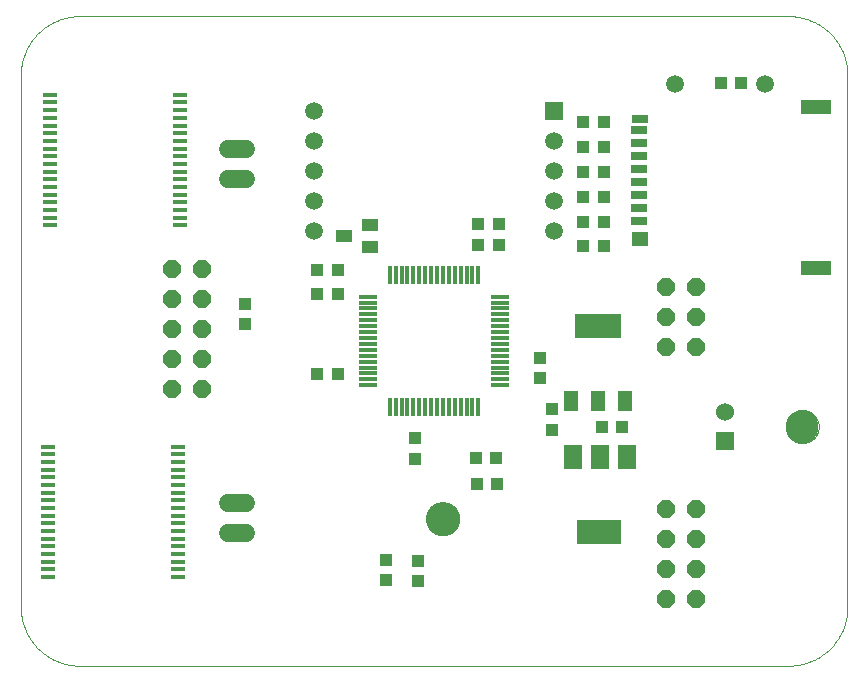
<source format=gbs>
G75*
%MOIN*%
%OFA0B0*%
%FSLAX25Y25*%
%IPPOS*%
%LPD*%
%AMOC8*
5,1,8,0,0,1.08239X$1,22.5*
%
%ADD10C,0.00000*%
%ADD11R,0.04134X0.04252*%
%ADD12R,0.04252X0.04134*%
%ADD13R,0.06000X0.06000*%
%ADD14C,0.06000*%
%ADD15C,0.11024*%
%ADD16R,0.03937X0.04331*%
%ADD17R,0.04331X0.03937*%
%ADD18R,0.01181X0.06299*%
%ADD19R,0.06299X0.01181*%
%ADD20R,0.05000X0.01575*%
%ADD21C,0.05906*%
%ADD22R,0.05906X0.05906*%
%ADD23R,0.05600X0.02800*%
%ADD24R,0.05315X0.03150*%
%ADD25R,0.05709X0.04724*%
%ADD26R,0.10000X0.05000*%
%ADD27R,0.15748X0.07874*%
%ADD28R,0.04724X0.06693*%
%ADD29OC8,0.06000*%
%ADD30C,0.06000*%
%ADD31R,0.05512X0.03937*%
%ADD32R,0.05900X0.07900*%
%ADD33R,0.15000X0.07900*%
D10*
X0091335Y0054209D02*
X0091335Y0231374D01*
X0091341Y0231850D01*
X0091358Y0232325D01*
X0091387Y0232800D01*
X0091427Y0233274D01*
X0091479Y0233747D01*
X0091542Y0234218D01*
X0091616Y0234688D01*
X0091702Y0235156D01*
X0091799Y0235622D01*
X0091907Y0236085D01*
X0092026Y0236545D01*
X0092157Y0237003D01*
X0092298Y0237457D01*
X0092451Y0237908D01*
X0092614Y0238354D01*
X0092788Y0238797D01*
X0092973Y0239235D01*
X0093168Y0239669D01*
X0093374Y0240098D01*
X0093590Y0240522D01*
X0093816Y0240941D01*
X0094052Y0241354D01*
X0094298Y0241761D01*
X0094554Y0242162D01*
X0094820Y0242556D01*
X0095095Y0242945D01*
X0095379Y0243326D01*
X0095672Y0243700D01*
X0095974Y0244068D01*
X0096286Y0244428D01*
X0096605Y0244780D01*
X0096933Y0245124D01*
X0097270Y0245461D01*
X0097614Y0245789D01*
X0097966Y0246108D01*
X0098326Y0246420D01*
X0098694Y0246722D01*
X0099068Y0247015D01*
X0099449Y0247299D01*
X0099838Y0247574D01*
X0100232Y0247840D01*
X0100633Y0248096D01*
X0101040Y0248342D01*
X0101453Y0248578D01*
X0101872Y0248804D01*
X0102296Y0249020D01*
X0102725Y0249226D01*
X0103159Y0249421D01*
X0103597Y0249606D01*
X0104040Y0249780D01*
X0104486Y0249943D01*
X0104937Y0250096D01*
X0105391Y0250237D01*
X0105849Y0250368D01*
X0106309Y0250487D01*
X0106772Y0250595D01*
X0107238Y0250692D01*
X0107706Y0250778D01*
X0108176Y0250852D01*
X0108647Y0250915D01*
X0109120Y0250967D01*
X0109594Y0251007D01*
X0110069Y0251036D01*
X0110544Y0251053D01*
X0111020Y0251059D01*
X0347241Y0251059D01*
X0347717Y0251053D01*
X0348192Y0251036D01*
X0348667Y0251007D01*
X0349141Y0250967D01*
X0349614Y0250915D01*
X0350085Y0250852D01*
X0350555Y0250778D01*
X0351023Y0250692D01*
X0351489Y0250595D01*
X0351952Y0250487D01*
X0352412Y0250368D01*
X0352870Y0250237D01*
X0353324Y0250096D01*
X0353775Y0249943D01*
X0354221Y0249780D01*
X0354664Y0249606D01*
X0355102Y0249421D01*
X0355536Y0249226D01*
X0355965Y0249020D01*
X0356389Y0248804D01*
X0356808Y0248578D01*
X0357221Y0248342D01*
X0357628Y0248096D01*
X0358029Y0247840D01*
X0358423Y0247574D01*
X0358812Y0247299D01*
X0359193Y0247015D01*
X0359567Y0246722D01*
X0359935Y0246420D01*
X0360295Y0246108D01*
X0360647Y0245789D01*
X0360991Y0245461D01*
X0361328Y0245124D01*
X0361656Y0244780D01*
X0361975Y0244428D01*
X0362287Y0244068D01*
X0362589Y0243700D01*
X0362882Y0243326D01*
X0363166Y0242945D01*
X0363441Y0242556D01*
X0363707Y0242162D01*
X0363963Y0241761D01*
X0364209Y0241354D01*
X0364445Y0240941D01*
X0364671Y0240522D01*
X0364887Y0240098D01*
X0365093Y0239669D01*
X0365288Y0239235D01*
X0365473Y0238797D01*
X0365647Y0238354D01*
X0365810Y0237908D01*
X0365963Y0237457D01*
X0366104Y0237003D01*
X0366235Y0236545D01*
X0366354Y0236085D01*
X0366462Y0235622D01*
X0366559Y0235156D01*
X0366645Y0234688D01*
X0366719Y0234218D01*
X0366782Y0233747D01*
X0366834Y0233274D01*
X0366874Y0232800D01*
X0366903Y0232325D01*
X0366920Y0231850D01*
X0366926Y0231374D01*
X0366926Y0054209D01*
X0366920Y0053733D01*
X0366903Y0053258D01*
X0366874Y0052783D01*
X0366834Y0052309D01*
X0366782Y0051836D01*
X0366719Y0051365D01*
X0366645Y0050895D01*
X0366559Y0050427D01*
X0366462Y0049961D01*
X0366354Y0049498D01*
X0366235Y0049038D01*
X0366104Y0048580D01*
X0365963Y0048126D01*
X0365810Y0047675D01*
X0365647Y0047229D01*
X0365473Y0046786D01*
X0365288Y0046348D01*
X0365093Y0045914D01*
X0364887Y0045485D01*
X0364671Y0045061D01*
X0364445Y0044642D01*
X0364209Y0044229D01*
X0363963Y0043822D01*
X0363707Y0043421D01*
X0363441Y0043027D01*
X0363166Y0042638D01*
X0362882Y0042257D01*
X0362589Y0041883D01*
X0362287Y0041515D01*
X0361975Y0041155D01*
X0361656Y0040803D01*
X0361328Y0040459D01*
X0360991Y0040122D01*
X0360647Y0039794D01*
X0360295Y0039475D01*
X0359935Y0039163D01*
X0359567Y0038861D01*
X0359193Y0038568D01*
X0358812Y0038284D01*
X0358423Y0038009D01*
X0358029Y0037743D01*
X0357628Y0037487D01*
X0357221Y0037241D01*
X0356808Y0037005D01*
X0356389Y0036779D01*
X0355965Y0036563D01*
X0355536Y0036357D01*
X0355102Y0036162D01*
X0354664Y0035977D01*
X0354221Y0035803D01*
X0353775Y0035640D01*
X0353324Y0035487D01*
X0352870Y0035346D01*
X0352412Y0035215D01*
X0351952Y0035096D01*
X0351489Y0034988D01*
X0351023Y0034891D01*
X0350555Y0034805D01*
X0350085Y0034731D01*
X0349614Y0034668D01*
X0349141Y0034616D01*
X0348667Y0034576D01*
X0348192Y0034547D01*
X0347717Y0034530D01*
X0347241Y0034524D01*
X0111020Y0034524D01*
X0110544Y0034530D01*
X0110069Y0034547D01*
X0109594Y0034576D01*
X0109120Y0034616D01*
X0108647Y0034668D01*
X0108176Y0034731D01*
X0107706Y0034805D01*
X0107238Y0034891D01*
X0106772Y0034988D01*
X0106309Y0035096D01*
X0105849Y0035215D01*
X0105391Y0035346D01*
X0104937Y0035487D01*
X0104486Y0035640D01*
X0104040Y0035803D01*
X0103597Y0035977D01*
X0103159Y0036162D01*
X0102725Y0036357D01*
X0102296Y0036563D01*
X0101872Y0036779D01*
X0101453Y0037005D01*
X0101040Y0037241D01*
X0100633Y0037487D01*
X0100232Y0037743D01*
X0099838Y0038009D01*
X0099449Y0038284D01*
X0099068Y0038568D01*
X0098694Y0038861D01*
X0098326Y0039163D01*
X0097966Y0039475D01*
X0097614Y0039794D01*
X0097270Y0040122D01*
X0096933Y0040459D01*
X0096605Y0040803D01*
X0096286Y0041155D01*
X0095974Y0041515D01*
X0095672Y0041883D01*
X0095379Y0042257D01*
X0095095Y0042638D01*
X0094820Y0043027D01*
X0094554Y0043421D01*
X0094298Y0043822D01*
X0094052Y0044229D01*
X0093816Y0044642D01*
X0093590Y0045061D01*
X0093374Y0045485D01*
X0093168Y0045914D01*
X0092973Y0046348D01*
X0092788Y0046786D01*
X0092614Y0047229D01*
X0092451Y0047675D01*
X0092298Y0048126D01*
X0092157Y0048580D01*
X0092026Y0049038D01*
X0091907Y0049498D01*
X0091799Y0049961D01*
X0091702Y0050427D01*
X0091616Y0050895D01*
X0091542Y0051365D01*
X0091479Y0051836D01*
X0091427Y0052309D01*
X0091387Y0052783D01*
X0091358Y0053258D01*
X0091341Y0053733D01*
X0091335Y0054209D01*
X0226453Y0083539D02*
X0226455Y0083687D01*
X0226461Y0083835D01*
X0226471Y0083983D01*
X0226485Y0084130D01*
X0226503Y0084277D01*
X0226524Y0084423D01*
X0226550Y0084569D01*
X0226580Y0084714D01*
X0226613Y0084858D01*
X0226651Y0085001D01*
X0226692Y0085143D01*
X0226737Y0085284D01*
X0226785Y0085424D01*
X0226838Y0085563D01*
X0226894Y0085700D01*
X0226954Y0085835D01*
X0227017Y0085969D01*
X0227084Y0086101D01*
X0227155Y0086231D01*
X0227229Y0086359D01*
X0227306Y0086485D01*
X0227387Y0086609D01*
X0227471Y0086731D01*
X0227558Y0086850D01*
X0227649Y0086967D01*
X0227743Y0087082D01*
X0227839Y0087194D01*
X0227939Y0087304D01*
X0228041Y0087410D01*
X0228147Y0087514D01*
X0228255Y0087615D01*
X0228366Y0087713D01*
X0228479Y0087809D01*
X0228595Y0087901D01*
X0228713Y0087990D01*
X0228834Y0088075D01*
X0228957Y0088158D01*
X0229082Y0088237D01*
X0229209Y0088313D01*
X0229338Y0088385D01*
X0229469Y0088454D01*
X0229602Y0088519D01*
X0229737Y0088580D01*
X0229873Y0088638D01*
X0230010Y0088693D01*
X0230149Y0088743D01*
X0230290Y0088790D01*
X0230431Y0088833D01*
X0230574Y0088873D01*
X0230718Y0088908D01*
X0230862Y0088940D01*
X0231008Y0088967D01*
X0231154Y0088991D01*
X0231301Y0089011D01*
X0231448Y0089027D01*
X0231595Y0089039D01*
X0231743Y0089047D01*
X0231891Y0089051D01*
X0232039Y0089051D01*
X0232187Y0089047D01*
X0232335Y0089039D01*
X0232482Y0089027D01*
X0232629Y0089011D01*
X0232776Y0088991D01*
X0232922Y0088967D01*
X0233068Y0088940D01*
X0233212Y0088908D01*
X0233356Y0088873D01*
X0233499Y0088833D01*
X0233640Y0088790D01*
X0233781Y0088743D01*
X0233920Y0088693D01*
X0234057Y0088638D01*
X0234193Y0088580D01*
X0234328Y0088519D01*
X0234461Y0088454D01*
X0234592Y0088385D01*
X0234721Y0088313D01*
X0234848Y0088237D01*
X0234973Y0088158D01*
X0235096Y0088075D01*
X0235217Y0087990D01*
X0235335Y0087901D01*
X0235451Y0087809D01*
X0235564Y0087713D01*
X0235675Y0087615D01*
X0235783Y0087514D01*
X0235889Y0087410D01*
X0235991Y0087304D01*
X0236091Y0087194D01*
X0236187Y0087082D01*
X0236281Y0086967D01*
X0236372Y0086850D01*
X0236459Y0086731D01*
X0236543Y0086609D01*
X0236624Y0086485D01*
X0236701Y0086359D01*
X0236775Y0086231D01*
X0236846Y0086101D01*
X0236913Y0085969D01*
X0236976Y0085835D01*
X0237036Y0085700D01*
X0237092Y0085563D01*
X0237145Y0085424D01*
X0237193Y0085284D01*
X0237238Y0085143D01*
X0237279Y0085001D01*
X0237317Y0084858D01*
X0237350Y0084714D01*
X0237380Y0084569D01*
X0237406Y0084423D01*
X0237427Y0084277D01*
X0237445Y0084130D01*
X0237459Y0083983D01*
X0237469Y0083835D01*
X0237475Y0083687D01*
X0237477Y0083539D01*
X0237475Y0083391D01*
X0237469Y0083243D01*
X0237459Y0083095D01*
X0237445Y0082948D01*
X0237427Y0082801D01*
X0237406Y0082655D01*
X0237380Y0082509D01*
X0237350Y0082364D01*
X0237317Y0082220D01*
X0237279Y0082077D01*
X0237238Y0081935D01*
X0237193Y0081794D01*
X0237145Y0081654D01*
X0237092Y0081515D01*
X0237036Y0081378D01*
X0236976Y0081243D01*
X0236913Y0081109D01*
X0236846Y0080977D01*
X0236775Y0080847D01*
X0236701Y0080719D01*
X0236624Y0080593D01*
X0236543Y0080469D01*
X0236459Y0080347D01*
X0236372Y0080228D01*
X0236281Y0080111D01*
X0236187Y0079996D01*
X0236091Y0079884D01*
X0235991Y0079774D01*
X0235889Y0079668D01*
X0235783Y0079564D01*
X0235675Y0079463D01*
X0235564Y0079365D01*
X0235451Y0079269D01*
X0235335Y0079177D01*
X0235217Y0079088D01*
X0235096Y0079003D01*
X0234973Y0078920D01*
X0234848Y0078841D01*
X0234721Y0078765D01*
X0234592Y0078693D01*
X0234461Y0078624D01*
X0234328Y0078559D01*
X0234193Y0078498D01*
X0234057Y0078440D01*
X0233920Y0078385D01*
X0233781Y0078335D01*
X0233640Y0078288D01*
X0233499Y0078245D01*
X0233356Y0078205D01*
X0233212Y0078170D01*
X0233068Y0078138D01*
X0232922Y0078111D01*
X0232776Y0078087D01*
X0232629Y0078067D01*
X0232482Y0078051D01*
X0232335Y0078039D01*
X0232187Y0078031D01*
X0232039Y0078027D01*
X0231891Y0078027D01*
X0231743Y0078031D01*
X0231595Y0078039D01*
X0231448Y0078051D01*
X0231301Y0078067D01*
X0231154Y0078087D01*
X0231008Y0078111D01*
X0230862Y0078138D01*
X0230718Y0078170D01*
X0230574Y0078205D01*
X0230431Y0078245D01*
X0230290Y0078288D01*
X0230149Y0078335D01*
X0230010Y0078385D01*
X0229873Y0078440D01*
X0229737Y0078498D01*
X0229602Y0078559D01*
X0229469Y0078624D01*
X0229338Y0078693D01*
X0229209Y0078765D01*
X0229082Y0078841D01*
X0228957Y0078920D01*
X0228834Y0079003D01*
X0228713Y0079088D01*
X0228595Y0079177D01*
X0228479Y0079269D01*
X0228366Y0079365D01*
X0228255Y0079463D01*
X0228147Y0079564D01*
X0228041Y0079668D01*
X0227939Y0079774D01*
X0227839Y0079884D01*
X0227743Y0079996D01*
X0227649Y0080111D01*
X0227558Y0080228D01*
X0227471Y0080347D01*
X0227387Y0080469D01*
X0227306Y0080593D01*
X0227229Y0080719D01*
X0227155Y0080847D01*
X0227084Y0080977D01*
X0227017Y0081109D01*
X0226954Y0081243D01*
X0226894Y0081378D01*
X0226838Y0081515D01*
X0226785Y0081654D01*
X0226737Y0081794D01*
X0226692Y0081935D01*
X0226651Y0082077D01*
X0226613Y0082220D01*
X0226580Y0082364D01*
X0226550Y0082509D01*
X0226524Y0082655D01*
X0226503Y0082801D01*
X0226485Y0082948D01*
X0226471Y0083095D01*
X0226461Y0083243D01*
X0226455Y0083391D01*
X0226453Y0083539D01*
X0346335Y0114248D02*
X0346337Y0114396D01*
X0346343Y0114544D01*
X0346353Y0114692D01*
X0346367Y0114839D01*
X0346385Y0114986D01*
X0346406Y0115132D01*
X0346432Y0115278D01*
X0346462Y0115423D01*
X0346495Y0115567D01*
X0346533Y0115710D01*
X0346574Y0115852D01*
X0346619Y0115993D01*
X0346667Y0116133D01*
X0346720Y0116272D01*
X0346776Y0116409D01*
X0346836Y0116544D01*
X0346899Y0116678D01*
X0346966Y0116810D01*
X0347037Y0116940D01*
X0347111Y0117068D01*
X0347188Y0117194D01*
X0347269Y0117318D01*
X0347353Y0117440D01*
X0347440Y0117559D01*
X0347531Y0117676D01*
X0347625Y0117791D01*
X0347721Y0117903D01*
X0347821Y0118013D01*
X0347923Y0118119D01*
X0348029Y0118223D01*
X0348137Y0118324D01*
X0348248Y0118422D01*
X0348361Y0118518D01*
X0348477Y0118610D01*
X0348595Y0118699D01*
X0348716Y0118784D01*
X0348839Y0118867D01*
X0348964Y0118946D01*
X0349091Y0119022D01*
X0349220Y0119094D01*
X0349351Y0119163D01*
X0349484Y0119228D01*
X0349619Y0119289D01*
X0349755Y0119347D01*
X0349892Y0119402D01*
X0350031Y0119452D01*
X0350172Y0119499D01*
X0350313Y0119542D01*
X0350456Y0119582D01*
X0350600Y0119617D01*
X0350744Y0119649D01*
X0350890Y0119676D01*
X0351036Y0119700D01*
X0351183Y0119720D01*
X0351330Y0119736D01*
X0351477Y0119748D01*
X0351625Y0119756D01*
X0351773Y0119760D01*
X0351921Y0119760D01*
X0352069Y0119756D01*
X0352217Y0119748D01*
X0352364Y0119736D01*
X0352511Y0119720D01*
X0352658Y0119700D01*
X0352804Y0119676D01*
X0352950Y0119649D01*
X0353094Y0119617D01*
X0353238Y0119582D01*
X0353381Y0119542D01*
X0353522Y0119499D01*
X0353663Y0119452D01*
X0353802Y0119402D01*
X0353939Y0119347D01*
X0354075Y0119289D01*
X0354210Y0119228D01*
X0354343Y0119163D01*
X0354474Y0119094D01*
X0354603Y0119022D01*
X0354730Y0118946D01*
X0354855Y0118867D01*
X0354978Y0118784D01*
X0355099Y0118699D01*
X0355217Y0118610D01*
X0355333Y0118518D01*
X0355446Y0118422D01*
X0355557Y0118324D01*
X0355665Y0118223D01*
X0355771Y0118119D01*
X0355873Y0118013D01*
X0355973Y0117903D01*
X0356069Y0117791D01*
X0356163Y0117676D01*
X0356254Y0117559D01*
X0356341Y0117440D01*
X0356425Y0117318D01*
X0356506Y0117194D01*
X0356583Y0117068D01*
X0356657Y0116940D01*
X0356728Y0116810D01*
X0356795Y0116678D01*
X0356858Y0116544D01*
X0356918Y0116409D01*
X0356974Y0116272D01*
X0357027Y0116133D01*
X0357075Y0115993D01*
X0357120Y0115852D01*
X0357161Y0115710D01*
X0357199Y0115567D01*
X0357232Y0115423D01*
X0357262Y0115278D01*
X0357288Y0115132D01*
X0357309Y0114986D01*
X0357327Y0114839D01*
X0357341Y0114692D01*
X0357351Y0114544D01*
X0357357Y0114396D01*
X0357359Y0114248D01*
X0357357Y0114100D01*
X0357351Y0113952D01*
X0357341Y0113804D01*
X0357327Y0113657D01*
X0357309Y0113510D01*
X0357288Y0113364D01*
X0357262Y0113218D01*
X0357232Y0113073D01*
X0357199Y0112929D01*
X0357161Y0112786D01*
X0357120Y0112644D01*
X0357075Y0112503D01*
X0357027Y0112363D01*
X0356974Y0112224D01*
X0356918Y0112087D01*
X0356858Y0111952D01*
X0356795Y0111818D01*
X0356728Y0111686D01*
X0356657Y0111556D01*
X0356583Y0111428D01*
X0356506Y0111302D01*
X0356425Y0111178D01*
X0356341Y0111056D01*
X0356254Y0110937D01*
X0356163Y0110820D01*
X0356069Y0110705D01*
X0355973Y0110593D01*
X0355873Y0110483D01*
X0355771Y0110377D01*
X0355665Y0110273D01*
X0355557Y0110172D01*
X0355446Y0110074D01*
X0355333Y0109978D01*
X0355217Y0109886D01*
X0355099Y0109797D01*
X0354978Y0109712D01*
X0354855Y0109629D01*
X0354730Y0109550D01*
X0354603Y0109474D01*
X0354474Y0109402D01*
X0354343Y0109333D01*
X0354210Y0109268D01*
X0354075Y0109207D01*
X0353939Y0109149D01*
X0353802Y0109094D01*
X0353663Y0109044D01*
X0353522Y0108997D01*
X0353381Y0108954D01*
X0353238Y0108914D01*
X0353094Y0108879D01*
X0352950Y0108847D01*
X0352804Y0108820D01*
X0352658Y0108796D01*
X0352511Y0108776D01*
X0352364Y0108760D01*
X0352217Y0108748D01*
X0352069Y0108740D01*
X0351921Y0108736D01*
X0351773Y0108736D01*
X0351625Y0108740D01*
X0351477Y0108748D01*
X0351330Y0108760D01*
X0351183Y0108776D01*
X0351036Y0108796D01*
X0350890Y0108820D01*
X0350744Y0108847D01*
X0350600Y0108879D01*
X0350456Y0108914D01*
X0350313Y0108954D01*
X0350172Y0108997D01*
X0350031Y0109044D01*
X0349892Y0109094D01*
X0349755Y0109149D01*
X0349619Y0109207D01*
X0349484Y0109268D01*
X0349351Y0109333D01*
X0349220Y0109402D01*
X0349091Y0109474D01*
X0348964Y0109550D01*
X0348839Y0109629D01*
X0348716Y0109712D01*
X0348595Y0109797D01*
X0348477Y0109886D01*
X0348361Y0109978D01*
X0348248Y0110074D01*
X0348137Y0110172D01*
X0348029Y0110273D01*
X0347923Y0110377D01*
X0347821Y0110483D01*
X0347721Y0110593D01*
X0347625Y0110705D01*
X0347531Y0110820D01*
X0347440Y0110937D01*
X0347353Y0111056D01*
X0347269Y0111178D01*
X0347188Y0111302D01*
X0347111Y0111428D01*
X0347037Y0111556D01*
X0346966Y0111686D01*
X0346899Y0111818D01*
X0346836Y0111952D01*
X0346776Y0112087D01*
X0346720Y0112224D01*
X0346667Y0112363D01*
X0346619Y0112503D01*
X0346574Y0112644D01*
X0346533Y0112786D01*
X0346495Y0112929D01*
X0346462Y0113073D01*
X0346432Y0113218D01*
X0346406Y0113364D01*
X0346385Y0113510D01*
X0346367Y0113657D01*
X0346353Y0113804D01*
X0346343Y0113952D01*
X0346337Y0114100D01*
X0346335Y0114248D01*
D11*
X0291926Y0114051D03*
X0285036Y0114051D03*
X0197142Y0131768D03*
X0190253Y0131768D03*
X0190253Y0158539D03*
X0197142Y0158539D03*
X0197142Y0166413D03*
X0190253Y0166413D03*
X0278835Y0199091D03*
X0285725Y0199091D03*
D12*
X0250784Y0181669D03*
X0243698Y0181669D03*
X0243698Y0174780D03*
X0250784Y0174780D03*
X0268501Y0120154D03*
X0268501Y0113264D03*
X0222831Y0110409D03*
X0222831Y0103520D03*
D13*
X0326257Y0109327D03*
D14*
X0326257Y0119169D03*
D15*
X0351847Y0114248D03*
X0231965Y0083539D03*
D16*
X0243461Y0095154D03*
X0250154Y0095154D03*
X0249918Y0103815D03*
X0243225Y0103815D03*
X0278934Y0174287D03*
X0285627Y0174287D03*
X0285627Y0182555D03*
X0278934Y0182555D03*
X0278934Y0190823D03*
X0285627Y0190823D03*
X0285627Y0207358D03*
X0278934Y0207358D03*
X0278934Y0215626D03*
X0285627Y0215626D03*
X0324721Y0228618D03*
X0331414Y0228618D03*
D17*
X0264564Y0137083D03*
X0264564Y0130390D03*
X0223619Y0069563D03*
X0213186Y0069720D03*
X0213186Y0063028D03*
X0223619Y0062870D03*
X0166138Y0148500D03*
X0166138Y0155193D03*
D18*
X0214367Y0164839D03*
X0216335Y0164839D03*
X0218304Y0164839D03*
X0220272Y0164839D03*
X0222241Y0164839D03*
X0224209Y0164839D03*
X0226178Y0164839D03*
X0228146Y0164839D03*
X0230115Y0164839D03*
X0232083Y0164839D03*
X0234052Y0164839D03*
X0236020Y0164839D03*
X0237989Y0164839D03*
X0239957Y0164839D03*
X0241926Y0164839D03*
X0243894Y0164839D03*
X0243894Y0120744D03*
X0241926Y0120744D03*
X0239957Y0120744D03*
X0237989Y0120744D03*
X0236020Y0120744D03*
X0234052Y0120744D03*
X0232083Y0120744D03*
X0230115Y0120744D03*
X0228146Y0120744D03*
X0226178Y0120744D03*
X0224209Y0120744D03*
X0222241Y0120744D03*
X0220272Y0120744D03*
X0218304Y0120744D03*
X0216335Y0120744D03*
X0214367Y0120744D03*
D19*
X0207083Y0128028D03*
X0207083Y0129996D03*
X0207083Y0131965D03*
X0207083Y0133933D03*
X0207083Y0135902D03*
X0207083Y0137870D03*
X0207083Y0139839D03*
X0207083Y0141807D03*
X0207083Y0143776D03*
X0207083Y0145744D03*
X0207083Y0147713D03*
X0207083Y0149681D03*
X0207083Y0151650D03*
X0207083Y0153618D03*
X0207083Y0155587D03*
X0207083Y0157555D03*
X0251178Y0157555D03*
X0251178Y0155587D03*
X0251178Y0153618D03*
X0251178Y0151650D03*
X0251178Y0149681D03*
X0251178Y0147713D03*
X0251178Y0145744D03*
X0251178Y0143776D03*
X0251178Y0141807D03*
X0251178Y0139839D03*
X0251178Y0137870D03*
X0251178Y0135902D03*
X0251178Y0133933D03*
X0251178Y0131965D03*
X0251178Y0129996D03*
X0251178Y0128028D03*
D20*
X0143894Y0107594D03*
X0143894Y0105035D03*
X0143894Y0102476D03*
X0143894Y0099917D03*
X0143894Y0097358D03*
X0143894Y0094799D03*
X0143894Y0092240D03*
X0143894Y0089681D03*
X0143894Y0087122D03*
X0143894Y0084563D03*
X0143894Y0082004D03*
X0143894Y0079445D03*
X0143894Y0076886D03*
X0143894Y0074327D03*
X0143894Y0071768D03*
X0143894Y0069209D03*
X0143894Y0066650D03*
X0143894Y0064091D03*
X0100390Y0064091D03*
X0100390Y0066650D03*
X0100390Y0069209D03*
X0100390Y0071768D03*
X0100390Y0074327D03*
X0100390Y0076886D03*
X0100390Y0079445D03*
X0100390Y0082004D03*
X0100390Y0084563D03*
X0100390Y0087122D03*
X0100390Y0089681D03*
X0100390Y0092240D03*
X0100390Y0094799D03*
X0100390Y0097358D03*
X0100390Y0099917D03*
X0100390Y0102476D03*
X0100390Y0105035D03*
X0100390Y0107594D03*
X0101060Y0181335D03*
X0101060Y0183894D03*
X0101060Y0186453D03*
X0101060Y0189012D03*
X0101060Y0191571D03*
X0101060Y0194130D03*
X0101060Y0196689D03*
X0101060Y0199248D03*
X0101060Y0201807D03*
X0101060Y0204366D03*
X0101060Y0206925D03*
X0101060Y0209484D03*
X0101060Y0212043D03*
X0101060Y0214602D03*
X0101060Y0217161D03*
X0101060Y0219720D03*
X0101060Y0222280D03*
X0101060Y0224839D03*
X0144564Y0224839D03*
X0144564Y0222280D03*
X0144564Y0219720D03*
X0144564Y0217161D03*
X0144564Y0214602D03*
X0144564Y0212043D03*
X0144564Y0209484D03*
X0144564Y0206925D03*
X0144564Y0204366D03*
X0144564Y0201807D03*
X0144564Y0199248D03*
X0144564Y0196689D03*
X0144564Y0194130D03*
X0144564Y0191571D03*
X0144564Y0189012D03*
X0144564Y0186453D03*
X0144564Y0183894D03*
X0144564Y0181335D03*
D21*
X0189131Y0179602D03*
X0189131Y0189602D03*
X0189131Y0199602D03*
X0189131Y0209602D03*
X0189131Y0219602D03*
X0269131Y0209602D03*
X0269131Y0199602D03*
X0269131Y0189602D03*
X0269131Y0179602D03*
X0309485Y0228382D03*
X0339485Y0228382D03*
D22*
X0269131Y0219602D03*
D23*
X0297438Y0213106D03*
X0297438Y0208776D03*
X0297438Y0204445D03*
X0297438Y0200114D03*
X0297438Y0195783D03*
X0297438Y0191453D03*
X0297438Y0187122D03*
X0297438Y0182791D03*
D24*
X0297654Y0216807D03*
D25*
X0297654Y0176650D03*
D26*
X0356572Y0167004D03*
X0356572Y0220941D03*
D27*
X0283776Y0147752D03*
D28*
X0283776Y0122752D03*
X0274721Y0122752D03*
X0292831Y0122752D03*
D29*
X0306493Y0140665D03*
X0316493Y0140665D03*
X0316493Y0150665D03*
X0306493Y0150665D03*
X0306493Y0160665D03*
X0316493Y0160665D03*
X0316493Y0086925D03*
X0306493Y0086925D03*
X0306493Y0076925D03*
X0316493Y0076925D03*
X0316493Y0066925D03*
X0306493Y0066925D03*
X0306493Y0056925D03*
X0316493Y0056925D03*
X0151768Y0126728D03*
X0141768Y0126728D03*
X0141768Y0136728D03*
X0151768Y0136728D03*
X0151768Y0146728D03*
X0141768Y0146728D03*
X0141768Y0156728D03*
X0151768Y0156728D03*
X0151768Y0166728D03*
X0141768Y0166728D03*
D30*
X0160422Y0196846D02*
X0166422Y0196846D01*
X0166422Y0206846D02*
X0160422Y0206846D01*
X0160422Y0088736D02*
X0166422Y0088736D01*
X0166422Y0078736D02*
X0160422Y0078736D01*
D31*
X0207871Y0174091D03*
X0207871Y0181571D03*
X0199209Y0177831D03*
D32*
X0275349Y0104010D03*
X0284349Y0104010D03*
X0293349Y0104010D03*
D33*
X0284249Y0079210D03*
M02*

</source>
